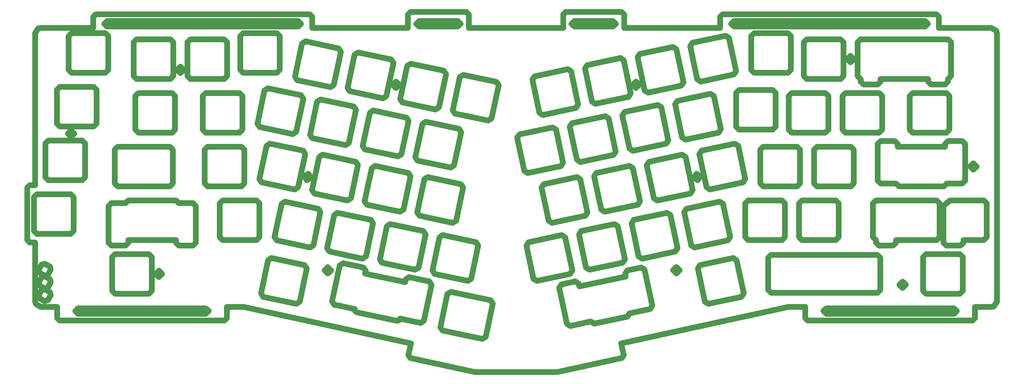
<source format=gbr>
%TF.GenerationSoftware,KiCad,Pcbnew,(5.1.10)-1*%
%TF.CreationDate,2022-03-08T20:07:58+07:00*%
%TF.ProjectId,Alice platwe,416c6963-6520-4706-9c61-7477652e6b69,rev?*%
%TF.SameCoordinates,Original*%
%TF.FileFunction,Soldermask,Bot*%
%TF.FilePolarity,Negative*%
%FSLAX46Y46*%
G04 Gerber Fmt 4.6, Leading zero omitted, Abs format (unit mm)*
G04 Created by KiCad (PCBNEW (5.1.10)-1) date 2022-03-08 20:07:58*
%MOMM*%
%LPD*%
G01*
G04 APERTURE LIST*
%ADD10C,2.000000*%
G04 APERTURE END LIST*
D10*
X573656881Y-327854218D02*
X514384144Y-340742665D01*
X579539512Y-327854218D02*
X573656881Y-327854218D01*
X436089306Y-331971530D02*
G75*
G02*
X434903247Y-332741765I-978147J207912D01*
G01*
X420824623Y-329749262D02*
G75*
G02*
X420054387Y-328563202I207912J978148D01*
G01*
X420054549Y-328562442D02*
X420054387Y-328563202D01*
X434903247Y-332741765D02*
X420824623Y-329749262D01*
X436091016Y-331963485D02*
X436089306Y-331971529D01*
X491757127Y-350919477D02*
X514593261Y-345953716D01*
X491757127Y-350919477D02*
X462561269Y-350919477D01*
X462561269Y-350919477D02*
X439724963Y-345953716D01*
X380661515Y-327854218D02*
X439934080Y-340742665D01*
X374778884Y-327854218D02*
X380661515Y-327854218D01*
X386275252Y-291049165D02*
X386275252Y-303049150D01*
X385250268Y-304074167D02*
X386275252Y-303049150D01*
X385250268Y-304074167D02*
X373250250Y-304074167D01*
X372225266Y-303049150D02*
X373250250Y-304074167D01*
X372225266Y-303049150D02*
X372225266Y-291049165D01*
X373250250Y-290024146D02*
X372225266Y-291049165D01*
X373250250Y-290024146D02*
X385250268Y-290024146D01*
X386275252Y-291049165D02*
X385250268Y-290024146D01*
X380925271Y-271999167D02*
X380925271Y-283999150D01*
X379900252Y-285024168D02*
X380925271Y-283999150D01*
X379900252Y-285024168D02*
X367900270Y-285024168D01*
X366875250Y-283999150D02*
X367900270Y-285024168D01*
X366875250Y-283999150D02*
X366875250Y-271999167D01*
X367900270Y-270974147D02*
X366875250Y-271999167D01*
X367900270Y-270974147D02*
X379900252Y-270974147D01*
X380925271Y-271999167D02*
X379900252Y-270974147D01*
X366175269Y-264949150D02*
X366175269Y-252949202D01*
X367200253Y-251924183D02*
X366175269Y-252949202D01*
X367200253Y-251924183D02*
X379200271Y-251924183D01*
X380225255Y-252949202D02*
X379200271Y-251924183D01*
X380225255Y-252949202D02*
X380225255Y-264949150D01*
X379200271Y-265974169D02*
X380225255Y-264949150D01*
X379200271Y-265974169D02*
X367200253Y-265974169D01*
X366175269Y-264949150D02*
X367200253Y-265974169D01*
X342365274Y-264949150D02*
X342365274Y-252949202D01*
X343390260Y-251924183D02*
X342365274Y-252949202D01*
X343390260Y-251924183D02*
X355390276Y-251924183D01*
X356415260Y-252949202D02*
X355390276Y-251924183D01*
X356415260Y-252949202D02*
X356415260Y-264949150D01*
X355390276Y-265974169D02*
X356415260Y-264949150D01*
X355390276Y-265974169D02*
X343390260Y-265974169D01*
X342365274Y-264949150D02*
X343390260Y-265974169D01*
X355638867Y-271999167D02*
X355638867Y-283999150D01*
X354613847Y-285024168D02*
X355638867Y-283999150D01*
X354613847Y-285024168D02*
X336071495Y-285024168D01*
X335046476Y-283999150D02*
X336071495Y-285024168D01*
X335046476Y-283999150D02*
X335046476Y-271999167D01*
X336071495Y-270974147D02*
X335046476Y-271999167D01*
X336071495Y-270974147D02*
X354613847Y-270974147D01*
X355638867Y-271999167D02*
X354613847Y-270974147D01*
X362738262Y-306074198D02*
X357738262Y-306074198D01*
X357738262Y-306074198D02*
X356713262Y-305049198D01*
X356713262Y-305049198D02*
X356713262Y-304074197D01*
X356713262Y-304074197D02*
X339887262Y-304074197D01*
X339887262Y-304074197D02*
X339887262Y-305049198D01*
X338862262Y-306074198D02*
X339887262Y-305049198D01*
X338862262Y-306074198D02*
X333862262Y-306074198D01*
X332837262Y-305049198D02*
X333862262Y-306074198D01*
X332837262Y-305049198D02*
X332837262Y-292049198D01*
X333862262Y-291024198D02*
X332837262Y-292049198D01*
X333862262Y-291024198D02*
X338837562Y-291024198D01*
X339862262Y-290024197D02*
X338837562Y-291024198D01*
X339862262Y-290024197D02*
X356738262Y-290024197D01*
X357762963Y-291024198D02*
X356738262Y-290024197D01*
X357762963Y-291024198D02*
X362738262Y-291024198D01*
X363763262Y-292049198D02*
X362738262Y-291024198D01*
X363763262Y-292049198D02*
X363763262Y-305049198D01*
X362738262Y-306074198D02*
X363763262Y-305049198D01*
X348185272Y-310099165D02*
X348185272Y-322099150D01*
X347160253Y-323124167D02*
X348185272Y-322099150D01*
X347160253Y-323124167D02*
X335160270Y-323124167D01*
X334135251Y-322099150D02*
X335160270Y-323124167D01*
X334135251Y-322099150D02*
X334135251Y-310099165D01*
X335160270Y-309074146D02*
X334135251Y-310099165D01*
X335160270Y-309074146D02*
X347160253Y-309074146D01*
X348185272Y-310099165D02*
X347160253Y-309074146D01*
X320495287Y-288909145D02*
X320495287Y-300909163D01*
X319470266Y-301934147D02*
X320495287Y-300909163D01*
X319470266Y-301934147D02*
X307470283Y-301934147D01*
X306445264Y-300909163D02*
X307470283Y-301934147D01*
X306445264Y-300909163D02*
X306445264Y-288909145D01*
X307470283Y-287884161D02*
X306445264Y-288909145D01*
X307470283Y-287884161D02*
X319470266Y-287884161D01*
X320495287Y-288909145D02*
X319470266Y-287884161D01*
X324565285Y-269859146D02*
X324565285Y-281859163D01*
X323540264Y-282884147D02*
X324565285Y-281859163D01*
X323540264Y-282884147D02*
X311540282Y-282884147D01*
X310515262Y-281859163D02*
X311540282Y-282884147D01*
X310515262Y-281859163D02*
X310515262Y-269859146D01*
X311540282Y-268834162D02*
X310515262Y-269859146D01*
X311540282Y-268834162D02*
X323540264Y-268834162D01*
X324565285Y-269859146D02*
X323540264Y-268834162D01*
X314585260Y-262809164D02*
X314585260Y-250809181D01*
X315610279Y-249784197D02*
X314585260Y-250809181D01*
X315610279Y-249784197D02*
X327610261Y-249784197D01*
X328635283Y-250809181D02*
X327610261Y-249784197D01*
X328635283Y-250809181D02*
X328635283Y-262809164D01*
X327610261Y-263834148D02*
X328635283Y-262809164D01*
X327610261Y-263834148D02*
X315610279Y-263834148D01*
X314585260Y-262809164D02*
X315610279Y-263834148D01*
X403059237Y-314190868D02*
X400564287Y-325928633D01*
X399348561Y-326718108D02*
X400564287Y-325928633D01*
X399348561Y-326718108D02*
X387610798Y-324223193D01*
X386821326Y-323007468D02*
X387610798Y-324223193D01*
X386821326Y-323007468D02*
X389316238Y-311269705D01*
X390531963Y-310480194D02*
X389316238Y-311269705D01*
X390531963Y-310480194D02*
X402269726Y-312975146D01*
X403059237Y-314190868D02*
X402269726Y-312975146D01*
X468909229Y-326650839D02*
X466414279Y-338388638D01*
X465198554Y-339178113D02*
X466414279Y-338388638D01*
X465198554Y-339178113D02*
X451132810Y-336188357D01*
X450343299Y-334972633D02*
X451132810Y-336188357D01*
X450343299Y-334972631D02*
X452838249Y-323234868D01*
X454053974Y-322445357D02*
X452838249Y-323234868D01*
X454053975Y-322445357D02*
X468119719Y-325435149D01*
X468909229Y-326650839D02*
X468119719Y-325435149D01*
X435602330Y-318528109D02*
X437799728Y-318995181D01*
X437799728Y-318995181D02*
G75*
G02*
X437871927Y-319013290I-213110J-1002601D01*
G01*
X437871927Y-319013290D02*
X438076681Y-318049996D01*
X439292392Y-317260504D02*
X438076681Y-318049996D01*
X439292392Y-317260504D02*
X444183130Y-318300062D01*
X444183130Y-318300063D02*
G75*
G02*
X444299553Y-318332080I-213109J-1002601D01*
G01*
X444299553Y-318332080D02*
X446469161Y-318793244D01*
X447258652Y-320008955D02*
X446469161Y-318793244D01*
X447258652Y-320008955D02*
X444555800Y-332724874D01*
X443340090Y-333514365D02*
X444555800Y-332724874D01*
X443340090Y-333514365D02*
X438449352Y-332474807D01*
X438449352Y-332474807D02*
G75*
G02*
X438332929Y-332442790I213109J1002601D01*
G01*
X438332929Y-332442790D02*
X436163321Y-331981625D01*
X436163321Y-331981625D02*
G75*
G02*
X436091016Y-331963485I213110J1002601D01*
G01*
X420054549Y-328562443D02*
G75*
G02*
X419985838Y-328550266I144398J1014778D01*
G01*
X419985838Y-328550266D02*
X415095100Y-327510707D01*
X415095099Y-327510707D02*
G75*
G02*
X414978676Y-327478690I213110J1002601D01*
G01*
X414978676Y-327478690D02*
X412809069Y-327017526D01*
X412019577Y-325801815D02*
X412809069Y-327017526D01*
X412019577Y-325801815D02*
X414722429Y-313085896D01*
X415938140Y-312296404D02*
X414722429Y-313085896D01*
X415938140Y-312296404D02*
X420828878Y-313335963D01*
X420828878Y-313335963D02*
G75*
G02*
X420945301Y-313367980I-213110J-1002601D01*
G01*
X420945301Y-313367980D02*
X423114908Y-313829144D01*
X423904400Y-315044855D02*
X423114908Y-313829144D01*
X423904400Y-315044855D02*
X423702156Y-315996338D01*
X423702156Y-315996338D02*
G75*
G02*
X423770515Y-316008465I-144750J-1014728D01*
G01*
X423770515Y-316008465D02*
X435508287Y-318503405D01*
X435508287Y-318503405D02*
G75*
G02*
X435602330Y-318528109I-213110J-1002601D01*
G01*
X643804012Y-291049197D02*
X643804012Y-303049197D01*
X642779012Y-304074197D02*
X643804012Y-303049197D01*
X642779012Y-304074197D02*
X635573262Y-304074197D01*
X635573262Y-304074197D02*
X635573262Y-305049198D01*
X634548262Y-306074198D02*
X635573262Y-305049198D01*
X634548262Y-306074198D02*
X629548262Y-306074198D01*
X628523262Y-305049198D02*
X629548262Y-306074198D01*
X628523262Y-305049198D02*
X628523262Y-292049198D01*
X629548262Y-291024198D02*
X628523262Y-292049198D01*
X629548262Y-291024198D02*
X629754312Y-291024198D01*
X630779012Y-290024197D02*
X629754312Y-291024198D01*
X630779012Y-290024197D02*
X642779012Y-290024197D01*
X643804012Y-291049197D02*
X642779012Y-290024197D01*
X627135262Y-291049197D02*
X627135262Y-303049197D01*
X626110262Y-304074197D02*
X627135262Y-303049197D01*
X626110262Y-304074197D02*
X611697262Y-304074197D01*
X611697262Y-304074197D02*
X611697262Y-305049198D01*
X610672262Y-306074198D02*
X611697262Y-305049198D01*
X610672262Y-306074198D02*
X605672262Y-306074198D01*
X604647262Y-305049198D02*
X605672262Y-306074198D01*
X604647262Y-305049198D02*
X604647262Y-304074197D01*
X604647262Y-304074197D02*
X604585262Y-304074197D01*
X603560262Y-303049197D02*
X604585262Y-304074197D01*
X603560262Y-303049197D02*
X603560262Y-291049197D01*
X604585262Y-290024197D02*
X603560262Y-291049197D01*
X604585262Y-290024197D02*
X626110262Y-290024197D01*
X627135262Y-291049197D02*
X626110262Y-290024197D01*
X630138262Y-268974197D02*
X635138262Y-268974197D01*
X636163262Y-269999197D02*
X635138262Y-268974197D01*
X636163262Y-269999197D02*
X636163262Y-282999197D01*
X635138262Y-284024197D02*
X636163262Y-282999197D01*
X635138262Y-284024197D02*
X629662963Y-284024197D01*
X628638262Y-285024197D02*
X629662963Y-284024197D01*
X628638262Y-285024197D02*
X612762262Y-285024197D01*
X611737562Y-284024197D02*
X612762262Y-285024197D01*
X611737562Y-284024197D02*
X606262262Y-284024197D01*
X605237262Y-282999197D02*
X606262262Y-284024197D01*
X605237262Y-282999197D02*
X605237262Y-269999197D01*
X606262262Y-268974197D02*
X605237262Y-269999197D01*
X606262262Y-268974197D02*
X611262262Y-268974197D01*
X612287262Y-269999197D02*
X611262262Y-268974197D01*
X612287262Y-269999197D02*
X612287262Y-270974197D01*
X612287262Y-270974197D02*
X629113262Y-270974197D01*
X629113262Y-270974197D02*
X629113262Y-269999197D01*
X630138262Y-268974197D02*
X629113262Y-269999197D01*
X591415278Y-291049165D02*
X591415278Y-303049150D01*
X590390259Y-304074167D02*
X591415278Y-303049150D01*
X590390259Y-304074167D02*
X578390276Y-304074167D01*
X577365257Y-303049150D02*
X578390276Y-304074167D01*
X577365257Y-303049150D02*
X577365257Y-291049165D01*
X578390276Y-290024146D02*
X577365257Y-291049165D01*
X578390276Y-290024146D02*
X590390259Y-290024146D01*
X591415278Y-291049165D02*
X590390259Y-290024146D01*
X572365278Y-291049165D02*
X572365278Y-303049150D01*
X571340259Y-304074167D02*
X572365278Y-303049150D01*
X571340259Y-304074167D02*
X559340276Y-304074167D01*
X558315257Y-303049150D02*
X559340276Y-304074167D01*
X558315257Y-303049150D02*
X558315257Y-291049165D01*
X559340276Y-290024146D02*
X558315257Y-291049165D01*
X559340276Y-290024146D02*
X571340259Y-290024146D01*
X572365278Y-291049165D02*
X571340259Y-290024146D01*
X583750275Y-270974147D02*
X595750258Y-270974147D01*
X596775277Y-271999167D02*
X595750258Y-270974147D01*
X596775277Y-271999167D02*
X596775277Y-283999150D01*
X595750258Y-285024168D02*
X596775277Y-283999150D01*
X595750258Y-285024168D02*
X583750275Y-285024168D01*
X582725256Y-283999150D02*
X583750275Y-285024168D01*
X582725256Y-283999150D02*
X582725256Y-271999167D01*
X583750275Y-270974147D02*
X582725256Y-271999167D01*
X563675257Y-283999150D02*
X563675257Y-271999167D01*
X564700276Y-270974147D02*
X563675257Y-271999167D01*
X564700276Y-270974147D02*
X576700259Y-270974147D01*
X577725278Y-271999167D02*
X576700259Y-270974147D01*
X577725278Y-271999167D02*
X577725278Y-283999150D01*
X576700259Y-285024168D02*
X577725278Y-283999150D01*
X576700259Y-285024168D02*
X564700276Y-285024168D01*
X563675257Y-283999150D02*
X564700276Y-285024168D01*
X606785262Y-252949197D02*
X606785262Y-264949197D01*
X605760262Y-265974197D02*
X606785262Y-264949197D01*
X605760262Y-265974197D02*
X593760262Y-265974197D01*
X592735262Y-264949197D02*
X593760262Y-265974197D01*
X592735262Y-264949197D02*
X592735262Y-252949197D01*
X593760262Y-251924197D02*
X592735262Y-252949197D01*
X593760262Y-251924197D02*
X605760262Y-251924197D01*
X606785262Y-252949197D02*
X605760262Y-251924197D01*
X587735276Y-252949202D02*
X587735276Y-264949150D01*
X586710266Y-265974169D02*
X587735276Y-264949150D01*
X586710266Y-265974169D02*
X574710275Y-265974169D01*
X573685255Y-264949150D02*
X574710275Y-265974169D01*
X573685255Y-264949150D02*
X573685255Y-252949202D01*
X574710275Y-251924183D02*
X573685255Y-252949202D01*
X574710275Y-251924183D02*
X586710266Y-251924183D01*
X587735276Y-252949202D02*
X586710266Y-251924183D01*
X630605262Y-252949197D02*
X630605262Y-264949197D01*
X629580262Y-265974197D02*
X630605262Y-264949197D01*
X629580262Y-265974197D02*
X617580262Y-265974197D01*
X616555262Y-264949197D02*
X617580262Y-265974197D01*
X616555262Y-264949197D02*
X616555262Y-252949197D01*
X617580262Y-251924197D02*
X616555262Y-252949197D01*
X617580262Y-251924197D02*
X629580262Y-251924197D01*
X630605262Y-252949197D02*
X629580262Y-251924197D01*
X631195262Y-233899197D02*
X631195262Y-245899197D01*
X630170262Y-246924197D02*
X631195262Y-245899197D01*
X630170262Y-246924197D02*
X630108262Y-246924197D01*
X630108262Y-246924197D02*
X630108262Y-247899198D01*
X629083262Y-248924198D02*
X630108262Y-247899198D01*
X629083262Y-248924198D02*
X624083262Y-248924198D01*
X623058262Y-247899198D02*
X624083262Y-248924198D01*
X623058262Y-247899198D02*
X623058262Y-246924197D01*
X623058262Y-246924197D02*
X606232262Y-246924197D01*
X606232262Y-246924197D02*
X606232262Y-247899198D01*
X605207262Y-248924198D02*
X606232262Y-247899198D01*
X605207262Y-248924198D02*
X600207262Y-248924198D01*
X599182262Y-247899198D02*
X600207262Y-248924198D01*
X599182262Y-247899198D02*
X599182262Y-246924197D01*
X599182262Y-246924197D02*
X599120262Y-246924197D01*
X598095262Y-245899197D02*
X599120262Y-246924197D01*
X598095262Y-245899197D02*
X598095262Y-233899197D01*
X599120262Y-232874197D02*
X598095262Y-233899197D01*
X599120262Y-232874197D02*
X630170262Y-232874197D01*
X631195262Y-233899197D02*
X630170262Y-232874197D01*
X593095276Y-233899202D02*
X593095276Y-245899185D01*
X592070257Y-246924204D02*
X593095276Y-245899185D01*
X592070257Y-246924204D02*
X580070283Y-246924204D01*
X579045255Y-245899185D02*
X580070283Y-246924204D01*
X579045255Y-245899185D02*
X579045255Y-233899202D01*
X580070283Y-232874183D02*
X579045255Y-233899202D01*
X580070283Y-232874183D02*
X592070257Y-232874183D01*
X593095276Y-233899202D02*
X592070257Y-232874183D01*
X569105259Y-251889210D02*
X569105259Y-263889158D01*
X568080275Y-264914177D02*
X569105259Y-263889158D01*
X568080275Y-264914177D02*
X556080257Y-264914177D01*
X555055273Y-263889158D02*
X556080257Y-264914177D01*
X555055273Y-263889158D02*
X555055273Y-251889210D01*
X556080257Y-250864191D02*
X555055273Y-251889210D01*
X556080257Y-250864191D02*
X568080275Y-250864191D01*
X569105259Y-251889210D02*
X568080275Y-250864191D01*
X560415273Y-243759200D02*
X560415273Y-231759181D01*
X561440257Y-230734197D02*
X560415273Y-231759181D01*
X561440257Y-230734197D02*
X573440275Y-230734197D01*
X574465258Y-231759181D02*
X573440275Y-230734197D01*
X574465258Y-231759181D02*
X574465258Y-243759200D01*
X573440275Y-244784184D02*
X574465258Y-243759200D01*
X573440275Y-244784184D02*
X561440257Y-244784184D01*
X560415273Y-243759200D02*
X561440257Y-244784184D01*
X635360885Y-310147178D02*
X635360885Y-322147161D01*
X634335866Y-323172144D02*
X635360885Y-322147161D01*
X634335866Y-323172144D02*
X622335883Y-323172144D01*
X621310863Y-322147161D02*
X622335883Y-323172144D01*
X621310863Y-322147161D02*
X621310863Y-310147178D01*
X622335883Y-309122159D02*
X621310863Y-310147178D01*
X622335883Y-309122159D02*
X634335866Y-309122159D01*
X635360885Y-310147178D02*
X634335866Y-309122159D01*
X605140647Y-309391893D02*
X606165631Y-310416913D01*
X567490078Y-309391893D02*
X605140647Y-309391893D01*
X566465102Y-310416913D02*
X567490078Y-309391893D01*
X566465102Y-321805037D02*
X566465102Y-310416913D01*
X567490078Y-322830058D02*
X566465102Y-321805037D01*
X605140647Y-322830058D02*
X567490078Y-322830058D01*
X606165631Y-321805037D02*
X605140647Y-322830058D01*
X606165631Y-310416913D02*
X606165631Y-321805037D01*
X555274272Y-311269705D02*
X557769222Y-323007468D01*
X556979711Y-324223193D02*
X557769222Y-323007468D01*
X556979711Y-324223193D02*
X545241948Y-326718108D01*
X544026258Y-325928633D02*
X545241948Y-326718108D01*
X544026258Y-325928633D02*
X541531315Y-314190870D01*
X542320783Y-312975146D02*
X541531315Y-314190870D01*
X542320783Y-312975146D02*
X554058581Y-310480194D01*
X555274272Y-311269705D02*
X554058581Y-310480194D01*
X552169717Y-304233192D02*
X540431955Y-306728106D01*
X552169717Y-304233192D02*
X552959227Y-303017466D01*
X550464284Y-291279703D02*
X552959227Y-303017466D01*
X550464284Y-291279702D02*
X549248593Y-290490227D01*
X537510789Y-292985142D02*
X549248593Y-290490227D01*
X537510788Y-292985142D02*
X536721313Y-294200868D01*
X539216263Y-305938631D02*
X536721313Y-294200868D01*
X539216263Y-305938631D02*
X540431955Y-306728106D01*
X533535991Y-308193907D02*
X521798230Y-310688822D01*
X533535991Y-308193907D02*
X534325502Y-306978181D01*
X531830558Y-295240418D02*
X534325502Y-306978181D01*
X531830558Y-295240417D02*
X530614867Y-294450942D01*
X518877063Y-296945857D02*
X530614867Y-294450942D01*
X518877063Y-296945857D02*
X518087587Y-298161583D01*
X520582538Y-309899347D02*
X518087587Y-298161583D01*
X520582538Y-309899347D02*
X521798230Y-310688822D01*
X514902269Y-312154622D02*
X503164508Y-314649537D01*
X514902269Y-312154622D02*
X515691780Y-310938897D01*
X513196836Y-299201133D02*
X515691780Y-310938897D01*
X513196836Y-299201133D02*
X511981146Y-298411658D01*
X500243341Y-300906573D02*
X511981146Y-298411658D01*
X500243341Y-300906573D02*
X499453866Y-302122299D01*
X501948816Y-313860062D02*
X499453866Y-302122299D01*
X501948816Y-313860062D02*
X503164508Y-314649537D01*
X496268544Y-316115338D02*
X484530782Y-318610252D01*
X496268544Y-316115338D02*
X497058054Y-314899612D01*
X494563111Y-303161849D02*
X497058054Y-314899612D01*
X494563111Y-303161848D02*
X493347420Y-302372373D01*
X481609616Y-304867288D02*
X493347420Y-302372373D01*
X481609615Y-304867288D02*
X480820140Y-306083014D01*
X483315090Y-317820777D02*
X480820140Y-306083014D01*
X483315090Y-317820777D02*
X484530782Y-318610252D01*
X557529716Y-283623182D02*
X545791955Y-286118097D01*
X557529716Y-283623182D02*
X558319227Y-282407457D01*
X555824283Y-270669693D02*
X558319227Y-282407457D01*
X555824283Y-270669693D02*
X554608593Y-269880218D01*
X542870788Y-272375133D02*
X554608593Y-269880218D01*
X542870788Y-272375133D02*
X542081313Y-273590859D01*
X544576263Y-285328622D02*
X542081313Y-273590859D01*
X544576263Y-285328622D02*
X545791955Y-286118097D01*
X538895991Y-287583898D02*
X527158229Y-290078812D01*
X538895991Y-287583898D02*
X539685501Y-286368172D01*
X537190558Y-274630409D02*
X539685501Y-286368172D01*
X537190557Y-274630408D02*
X535974867Y-273840933D01*
X524237063Y-276335848D02*
X535974867Y-273840933D01*
X524237062Y-276335848D02*
X523447587Y-277551574D01*
X525942537Y-289289337D02*
X523447587Y-277551574D01*
X525942537Y-289289337D02*
X527158229Y-290078812D01*
X520262269Y-291544613D02*
X508524508Y-294039528D01*
X520262269Y-291544613D02*
X521051780Y-290328887D01*
X518556836Y-278591124D02*
X521051780Y-290328887D01*
X518556836Y-278591124D02*
X517341145Y-277801649D01*
X505603341Y-280296563D02*
X517341145Y-277801649D01*
X505603341Y-280296564D02*
X504813865Y-281512289D01*
X507308816Y-293250053D02*
X504813865Y-281512289D01*
X507308816Y-293250053D02*
X508524508Y-294039528D01*
X501628543Y-295505328D02*
X489890782Y-298000243D01*
X501628543Y-295505328D02*
X502418054Y-294289602D01*
X499923110Y-282551839D02*
X502418054Y-294289602D01*
X499923110Y-282551839D02*
X498707420Y-281762364D01*
X486969615Y-284257279D02*
X498707420Y-281762364D01*
X486969615Y-284257279D02*
X486180140Y-285473005D01*
X488675090Y-297210768D02*
X486180140Y-285473005D01*
X488675090Y-297210768D02*
X489890782Y-298000243D01*
X548909715Y-265973199D02*
X537171954Y-268468114D01*
X548909715Y-265973199D02*
X549699226Y-264757473D01*
X547204282Y-253019710D02*
X549699226Y-264757473D01*
X547204282Y-253019710D02*
X545988591Y-252230235D01*
X534250787Y-254725150D02*
X545988591Y-252230235D01*
X534250787Y-254725150D02*
X533461311Y-255940875D01*
X535956262Y-267678639D02*
X533461311Y-255940875D01*
X535956262Y-267678639D02*
X537171954Y-268468114D01*
X530275989Y-269933914D02*
X518538228Y-272428829D01*
X530275989Y-269933914D02*
X531065500Y-268718189D01*
X528570556Y-256980425D02*
X531065500Y-268718189D01*
X528570556Y-256980425D02*
X527354866Y-256190950D01*
X515617061Y-258685865D02*
X527354866Y-256190950D01*
X515617061Y-258685865D02*
X514827586Y-259901591D01*
X517322536Y-271639354D02*
X514827586Y-259901591D01*
X517322536Y-271639354D02*
X518538228Y-272428829D01*
X511642268Y-273894630D02*
X499904506Y-276389545D01*
X511642268Y-273894630D02*
X512431778Y-272678904D01*
X509936835Y-260941141D02*
X512431778Y-272678904D01*
X509936834Y-260941140D02*
X508721144Y-260151665D01*
X496983340Y-262646580D02*
X508721144Y-260151665D01*
X496983339Y-262646580D02*
X496193864Y-263862306D01*
X498688814Y-275600070D02*
X496193864Y-263862306D01*
X498688814Y-275600070D02*
X499904506Y-276389545D01*
X493008542Y-277855345D02*
X481270781Y-280350260D01*
X493008542Y-277855345D02*
X493798053Y-276639619D01*
X491303109Y-264901856D02*
X493798053Y-276639619D01*
X491303109Y-264901856D02*
X490087418Y-264112381D01*
X478349614Y-266607296D02*
X490087418Y-264112381D01*
X478349614Y-266607296D02*
X477560138Y-267823021D01*
X480055089Y-279560785D02*
X477560138Y-267823021D01*
X480055089Y-279560785D02*
X481270781Y-280350260D01*
X535636025Y-249323940D02*
X523898264Y-251818855D01*
X535636025Y-249323940D02*
X536425536Y-248108215D01*
X533930592Y-236370451D02*
X536425536Y-248108215D01*
X533930592Y-236370451D02*
X532714901Y-235580976D01*
X520977097Y-238075891D02*
X532714901Y-235580976D01*
X520977097Y-238075891D02*
X520187621Y-239291617D01*
X522682572Y-251029380D02*
X520187621Y-239291617D01*
X522682572Y-251029380D02*
X523898264Y-251818855D01*
X554269751Y-245363225D02*
X542531989Y-247858140D01*
X554269751Y-245363225D02*
X555059261Y-244147499D01*
X552564318Y-232409736D02*
X555059261Y-244147499D01*
X552564318Y-232409736D02*
X551348627Y-231620261D01*
X539610823Y-234115176D02*
X551348627Y-231620261D01*
X539610822Y-234115176D02*
X538821347Y-235330901D01*
X541316297Y-247068665D02*
X538821347Y-235330901D01*
X541316297Y-247068665D02*
X542531989Y-247858140D01*
X517002303Y-253284656D02*
X505264542Y-255779570D01*
X517002303Y-253284656D02*
X517791814Y-252068930D01*
X515296870Y-240331167D02*
X517791814Y-252068930D01*
X515296870Y-240331166D02*
X514081180Y-239541691D01*
X502343375Y-242036606D02*
X514081180Y-239541691D01*
X502343375Y-242036606D02*
X501553900Y-243252332D01*
X504048850Y-254990096D02*
X501553900Y-243252332D01*
X504048850Y-254990096D02*
X505264542Y-255779570D01*
X485415124Y-258950811D02*
X482920174Y-247213047D01*
X483709649Y-245997322D02*
X482920174Y-247213047D01*
X483709650Y-245997321D02*
X495447454Y-243502407D01*
X496663145Y-244291882D02*
X495447454Y-243502407D01*
X496663145Y-244291882D02*
X499158089Y-256029645D01*
X498368578Y-257245371D02*
X499158089Y-256029645D01*
X498368578Y-257245371D02*
X486630816Y-259740286D01*
X485415124Y-258950811D02*
X486630816Y-259740286D01*
X404158590Y-306728146D02*
X392420792Y-304233196D01*
X404158590Y-306728146D02*
X405374280Y-305938636D01*
X407869231Y-294200854D02*
X405374280Y-305938636D01*
X407869231Y-294200854D02*
X407079720Y-292985125D01*
X395341957Y-290490231D02*
X407079720Y-292985125D01*
X395341957Y-290490231D02*
X394126266Y-291279707D01*
X391631316Y-303017470D02*
X394126266Y-291279707D01*
X391631316Y-303017470D02*
X392420792Y-304233196D01*
X422792294Y-310688865D02*
X411054496Y-308193915D01*
X422792294Y-310688865D02*
X424007984Y-309899355D01*
X426502935Y-298161573D02*
X424007984Y-309899355D01*
X426502935Y-298161573D02*
X425713424Y-296945844D01*
X413975661Y-294450950D02*
X425713424Y-296945844D01*
X413975661Y-294450950D02*
X412759971Y-295240426D01*
X410265020Y-306978189D02*
X412759971Y-295240426D01*
X410265020Y-306978189D02*
X411054496Y-308193915D01*
X460059712Y-318610301D02*
X448321914Y-316115350D01*
X460059712Y-318610301D02*
X461275403Y-317820790D01*
X463770353Y-306083009D02*
X461275403Y-317820790D01*
X463770353Y-306083009D02*
X462980842Y-304867280D01*
X451243079Y-302372386D02*
X462980842Y-304867280D01*
X451243079Y-302372386D02*
X450027389Y-303161861D01*
X447532438Y-314899625D02*
X450027389Y-303161861D01*
X447532438Y-314899625D02*
X448321914Y-316115350D01*
X441426008Y-314649582D02*
X429688210Y-312154631D01*
X441426008Y-314649582D02*
X442641699Y-313860071D01*
X445136649Y-302122290D02*
X442641699Y-313860071D01*
X445136649Y-302122290D02*
X444347138Y-300906561D01*
X432609375Y-298411667D02*
X444347138Y-300906561D01*
X432609375Y-298411667D02*
X431393685Y-299201142D01*
X428898734Y-310938906D02*
X431393685Y-299201142D01*
X428898734Y-310938906D02*
X429688210Y-312154631D01*
X398808582Y-286118146D02*
X387070784Y-283623196D01*
X398808582Y-286118146D02*
X400024272Y-285328635D01*
X402519223Y-273590854D02*
X400024272Y-285328635D01*
X402519223Y-273590854D02*
X401729712Y-272375125D01*
X389991949Y-269880231D02*
X401729712Y-272375125D01*
X389991949Y-269880231D02*
X388776258Y-270669706D01*
X386281308Y-282407470D02*
X388776258Y-270669706D01*
X386281308Y-282407470D02*
X387070784Y-283623196D01*
X417442286Y-290078865D02*
X405704488Y-287583915D01*
X417442286Y-290078865D02*
X418657976Y-289289354D01*
X421152927Y-277551573D02*
X418657976Y-289289354D01*
X421152927Y-277551573D02*
X420363416Y-276335844D01*
X408625653Y-273840950D02*
X420363416Y-276335844D01*
X408625653Y-273840950D02*
X407409962Y-274630425D01*
X404915012Y-286368189D02*
X407409962Y-274630425D01*
X404915012Y-286368189D02*
X405704488Y-287583915D01*
X454709704Y-298000300D02*
X442971906Y-295505350D01*
X454709704Y-298000300D02*
X455925395Y-297210790D01*
X458420345Y-285473008D02*
X455925395Y-297210790D01*
X458420345Y-285473008D02*
X457630834Y-284257279D01*
X445893071Y-281762385D02*
X457630834Y-284257279D01*
X445893071Y-281762385D02*
X444677381Y-282551861D01*
X442182430Y-294289624D02*
X444677381Y-282551861D01*
X442182430Y-294289624D02*
X442971906Y-295505350D01*
X436076000Y-294039581D02*
X424338202Y-291544631D01*
X436076000Y-294039581D02*
X437291691Y-293250071D01*
X439786641Y-281512289D02*
X437291691Y-293250071D01*
X439786641Y-281512289D02*
X438997130Y-280296560D01*
X427259367Y-277801666D02*
X438997130Y-280296560D01*
X427259367Y-277801666D02*
X426043677Y-278591142D01*
X423548726Y-290328905D02*
X426043677Y-278591142D01*
X423548726Y-290328905D02*
X424338202Y-291544631D01*
X398108583Y-266488153D02*
X386370784Y-263993203D01*
X398108583Y-266488153D02*
X399324273Y-265698643D01*
X401819223Y-253960861D02*
X399324273Y-265698643D01*
X401819223Y-253960861D02*
X401029712Y-252745132D01*
X389291949Y-250250238D02*
X401029712Y-252745132D01*
X389291949Y-250250238D02*
X388076259Y-251039714D01*
X385581309Y-262777477D02*
X388076259Y-251039714D01*
X385581309Y-262777477D02*
X386370784Y-263993203D01*
X416742287Y-270448872D02*
X405004488Y-267953922D01*
X416742287Y-270448872D02*
X417957977Y-269659362D01*
X420452927Y-257921580D02*
X417957977Y-269659362D01*
X420452927Y-257921580D02*
X419663416Y-256705851D01*
X407925653Y-254210957D02*
X419663416Y-256705851D01*
X407925653Y-254210957D02*
X406709963Y-255000433D01*
X404215013Y-266738196D02*
X406709963Y-255000433D01*
X404215013Y-266738197D02*
X405004488Y-267953922D01*
X454009705Y-278370308D02*
X442271907Y-275875357D01*
X454009705Y-278370308D02*
X455225395Y-277580797D01*
X457720346Y-265843016D02*
X455225395Y-277580797D01*
X457720346Y-265843016D02*
X456930835Y-264627287D01*
X445193072Y-262132393D02*
X456930835Y-264627287D01*
X445193072Y-262132393D02*
X443977381Y-262921868D01*
X441482431Y-274659632D02*
X443977381Y-262921868D01*
X441482431Y-274659632D02*
X442271907Y-275875357D01*
X435376001Y-274409589D02*
X423638202Y-271914638D01*
X435376001Y-274409589D02*
X436591691Y-273620078D01*
X439086641Y-261882297D02*
X436591691Y-273620078D01*
X439086641Y-261882297D02*
X438297131Y-260666568D01*
X426559367Y-258171674D02*
X438297131Y-260666568D01*
X426559367Y-258171674D02*
X425343677Y-258961149D01*
X422848727Y-270698913D02*
X425343677Y-258961149D01*
X422848727Y-270698913D02*
X423638202Y-271914638D01*
X448656003Y-257759602D02*
X436918204Y-255264652D01*
X448656003Y-257759602D02*
X449871693Y-256970091D01*
X452366643Y-245232310D02*
X449871693Y-256970091D01*
X452366643Y-245232310D02*
X451577132Y-244016581D01*
X439839369Y-241521687D02*
X451577132Y-244016581D01*
X439839369Y-241521687D02*
X438623679Y-242311163D01*
X436128729Y-254048926D02*
X438623679Y-242311163D01*
X436128729Y-254048926D02*
X436918204Y-255264652D01*
X467289707Y-261720321D02*
X455551908Y-259225371D01*
X467289707Y-261720321D02*
X468505397Y-260930810D01*
X471000347Y-249193029D02*
X468505397Y-260930810D01*
X471000347Y-249193029D02*
X470210836Y-247977300D01*
X458473073Y-245482406D02*
X470210836Y-247977300D01*
X458473073Y-245482406D02*
X457257383Y-246271882D01*
X454762433Y-258009645D02*
X457257383Y-246271882D01*
X454762433Y-258009645D02*
X455551908Y-259225371D01*
X433732929Y-241271594D02*
X431237979Y-253009375D01*
X433732929Y-241271594D02*
X432943418Y-240055865D01*
X421205655Y-237560971D02*
X432943418Y-240055865D01*
X421205655Y-237560971D02*
X419989965Y-238350446D01*
X417495015Y-250088210D02*
X419989965Y-238350446D01*
X417495014Y-250088210D02*
X418284490Y-251303935D01*
X430022288Y-253798886D02*
X418284490Y-251303935D01*
X430022288Y-253798886D02*
X431237979Y-253009375D01*
X415099225Y-237310875D02*
X412604275Y-249048656D01*
X411388584Y-249838167D02*
X412604275Y-249048656D01*
X411388584Y-249838167D02*
X399650786Y-247343216D01*
X398861310Y-246127491D02*
X399650786Y-247343216D01*
X398861310Y-246127491D02*
X401356261Y-234389727D01*
X402571951Y-233600252D02*
X401356261Y-234389727D01*
X402571951Y-233600252D02*
X414309714Y-236095146D01*
X415099225Y-237310875D02*
X414309714Y-236095146D01*
X379455270Y-243759200D02*
X379455270Y-231759181D01*
X380480258Y-230734197D02*
X379455270Y-231759181D01*
X380480258Y-230734197D02*
X392480272Y-230734197D01*
X393505256Y-231759181D02*
X392480272Y-230734197D01*
X393505256Y-231759181D02*
X393505256Y-243759200D01*
X392480272Y-244784184D02*
X393505256Y-243759200D01*
X392480272Y-244784184D02*
X380480258Y-244784184D01*
X379455270Y-243759200D02*
X380480258Y-244784184D01*
X374865255Y-233899202D02*
X374865255Y-245899185D01*
X373840274Y-246924204D02*
X374865255Y-245899185D01*
X373840274Y-246924204D02*
X361840253Y-246924204D01*
X360815269Y-245899185D02*
X361840253Y-246924204D01*
X360815269Y-245899185D02*
X360815269Y-233899202D01*
X361840253Y-232874183D02*
X360815269Y-233899202D01*
X361840253Y-232874183D02*
X373840274Y-232874183D01*
X374865255Y-233899202D02*
X373840274Y-232874183D01*
X504831956Y-333778154D02*
X503621736Y-333013054D01*
X516569728Y-331283214D02*
X504831956Y-333778154D01*
X516569728Y-331283214D02*
X517364125Y-330092019D01*
X524615425Y-328550707D02*
X517364125Y-330092019D01*
X524615425Y-328550707D02*
X525404917Y-327334997D01*
X522702065Y-314619078D02*
X525404917Y-327334997D01*
X522702065Y-314619078D02*
X521486354Y-313829586D01*
X516595616Y-314869144D02*
X521486354Y-313829586D01*
X516595616Y-314869144D02*
X515806125Y-316084855D01*
X516008839Y-317038549D02*
X515806125Y-316084855D01*
X499550527Y-320536872D02*
X516008839Y-317038549D01*
X499347813Y-319583177D02*
X499550527Y-320536872D01*
X499347813Y-319583177D02*
X498132102Y-318793686D01*
X493241364Y-319833244D02*
X498132102Y-318793686D01*
X493241364Y-319833244D02*
X492451873Y-321048955D01*
X495154724Y-333764874D02*
X492451873Y-321048955D01*
X495154724Y-333764874D02*
X496370435Y-334554365D01*
X503621736Y-333013054D02*
X496370435Y-334554365D01*
X355815255Y-233899202D02*
X355815255Y-245899185D01*
X354790274Y-246924204D02*
X355815255Y-245899185D01*
X354790274Y-246924204D02*
X342790254Y-246924204D01*
X341765270Y-245899185D02*
X342790254Y-246924204D01*
X341765270Y-245899185D02*
X341765270Y-233899202D01*
X342790254Y-232874183D02*
X341765270Y-233899202D01*
X342790254Y-232874183D02*
X354790274Y-232874183D01*
X355815255Y-233899202D02*
X354790274Y-232874183D01*
X318745252Y-243759200D02*
X318745252Y-231759181D01*
X319770269Y-230734197D02*
X318745252Y-231759181D01*
X319770269Y-230734197D02*
X331770252Y-230734197D01*
X332795271Y-231759181D02*
X331770252Y-230734197D01*
X332795271Y-231759181D02*
X332795271Y-243759200D01*
X331770252Y-244784184D02*
X332795271Y-243759200D01*
X331770252Y-244784184D02*
X319770269Y-244784184D01*
X318745252Y-243759200D02*
X319770269Y-244784184D01*
X332324081Y-226407742D02*
X400034242Y-226407742D01*
X332324081Y-226407742D02*
X331353943Y-227377881D01*
X331353943Y-227377881D02*
X332324081Y-228348019D01*
X400034242Y-228348019D02*
X332324081Y-228348019D01*
X400034242Y-228348019D02*
X401004380Y-227377879D01*
X401004380Y-227377879D02*
X400034242Y-226407742D01*
X367338252Y-330246621D02*
X322048534Y-330246621D01*
X367338252Y-330246621D02*
X368308390Y-329276482D01*
X368308390Y-329276482D02*
X367338252Y-328306344D01*
X322048534Y-328306344D02*
X367338252Y-328306344D01*
X322048534Y-328306344D02*
X321078396Y-329276484D01*
X321078396Y-329276484D02*
X322048534Y-330246621D01*
X554326931Y-226407742D02*
X622037092Y-226407742D01*
X554326931Y-226407742D02*
X553356793Y-227377881D01*
X553356793Y-227377881D02*
X554326931Y-228348019D01*
X622037092Y-228348019D02*
X554326931Y-228348019D01*
X622037092Y-228348019D02*
X623007230Y-227377879D01*
X623007230Y-227377879D02*
X622037092Y-226407742D01*
X497768540Y-226407742D02*
X511529640Y-226407742D01*
X497768540Y-226407742D02*
X496798402Y-227377881D01*
X496798402Y-227377881D02*
X497768540Y-228348019D01*
X511529640Y-228348019D02*
X497768540Y-228348019D01*
X511529640Y-228348019D02*
X512499778Y-227377879D01*
X512499778Y-227377879D02*
X511529640Y-226407742D01*
X442788864Y-226407742D02*
X456549964Y-226407742D01*
X442788864Y-226407742D02*
X441818726Y-227377881D01*
X441818726Y-227377881D02*
X442788864Y-228348019D01*
X456549964Y-228348019D02*
X442788864Y-228348019D01*
X456549964Y-228348019D02*
X457520102Y-227377879D01*
X457520102Y-227377879D02*
X456549964Y-226407742D01*
X632269798Y-330246621D02*
X586980080Y-330246621D01*
X632269798Y-330246621D02*
X633239936Y-329276482D01*
X633239936Y-329276482D02*
X632269798Y-328306344D01*
X586980080Y-328306344D02*
X632269798Y-328306344D01*
X586980080Y-328306344D02*
X586009942Y-329276484D01*
X586009942Y-329276484D02*
X586980080Y-330246621D01*
X310240329Y-325764304D02*
X308421258Y-324740241D01*
X308421258Y-324740241D02*
X308113326Y-323637337D01*
X312367332Y-323637337D02*
X311343258Y-325456372D01*
X311343258Y-325456372D02*
X310240329Y-325764304D01*
X310240329Y-321510334D02*
X312059399Y-322534406D01*
X312059399Y-322534406D02*
X312367332Y-323637337D01*
X308113326Y-323637337D02*
X309137398Y-321818266D01*
X309137398Y-321818266D02*
X310240329Y-321510334D01*
X310240329Y-321264342D02*
X308421258Y-320240268D01*
X308421258Y-320240268D02*
X308113326Y-319137339D01*
X312367332Y-319137339D02*
X311343258Y-320956409D01*
X311343258Y-320956409D02*
X310240329Y-321264342D01*
X310240329Y-317010335D02*
X312059399Y-318034408D01*
X312059399Y-318034408D02*
X312367332Y-319137339D01*
X308113326Y-319137339D02*
X309137398Y-317318267D01*
X309137398Y-317318267D02*
X310240329Y-317010335D01*
X310240329Y-316764344D02*
X308421258Y-315740270D01*
X308421258Y-315740270D02*
X308113326Y-314637340D01*
X312367332Y-314637340D02*
X311343258Y-316456411D01*
X311343258Y-316456411D02*
X310240329Y-316764344D01*
X310240329Y-312510337D02*
X312059399Y-313534410D01*
X312059399Y-313534410D02*
X312367332Y-314637340D01*
X308113326Y-314637340D02*
X309137398Y-312818269D01*
X309137398Y-312818269D02*
X310240329Y-312510337D01*
X404460999Y-281957610D02*
X403575413Y-280593904D01*
X403097290Y-282843195D02*
X404460999Y-281957610D01*
X402211708Y-281479489D02*
X403097290Y-282843195D01*
X403575413Y-280593904D02*
X402211708Y-281479489D01*
X541480820Y-282843193D02*
X542366398Y-281479493D01*
X540117122Y-281957611D02*
X541480820Y-282843193D01*
X541002701Y-280593913D02*
X540117122Y-281957611D01*
X542366398Y-281479493D02*
X541002701Y-280593913D01*
X615187015Y-319957244D02*
X614037015Y-318807241D01*
X614037015Y-321107241D02*
X615187015Y-319957244D01*
X612887015Y-319957238D02*
X614037015Y-321107241D01*
X614037015Y-318807241D02*
X612887015Y-319957238D01*
X535071863Y-314790422D02*
X533921863Y-313640419D01*
X533921863Y-315940419D02*
X535071863Y-314790422D01*
X532771863Y-314790415D02*
X533921863Y-315940419D01*
X533921863Y-313640419D02*
X532771863Y-314790415D01*
X411651018Y-314829232D02*
X410501018Y-313679229D01*
X410501018Y-315979229D02*
X411651018Y-314829232D01*
X409351018Y-314829226D02*
X410501018Y-315979229D01*
X410501018Y-313679229D02*
X409351018Y-314829226D01*
X351824096Y-316099105D02*
X350674096Y-314949102D01*
X350674096Y-317249102D02*
X351824096Y-316099105D01*
X349524096Y-316099099D02*
X350674096Y-317249102D01*
X350674096Y-314949102D02*
X349524096Y-316099099D01*
X596733793Y-239899269D02*
X595583793Y-238749270D01*
X595583793Y-241049270D02*
X596733793Y-239899269D01*
X594433793Y-239899270D02*
X595583793Y-241049270D01*
X595583793Y-238749270D02*
X594433793Y-239899270D01*
X520799023Y-249029208D02*
X519649023Y-247879208D01*
X519649023Y-250179208D02*
X520799023Y-249029208D01*
X518499023Y-249029208D02*
X519649023Y-250179208D01*
X519649023Y-247879208D02*
X518499023Y-249029208D01*
X435799101Y-249029208D02*
X434649101Y-247879208D01*
X434649101Y-250179208D02*
X435799101Y-249029208D01*
X433499101Y-249029208D02*
X434649101Y-250179208D01*
X434649101Y-247879208D02*
X433499101Y-249029208D01*
X640250319Y-277999203D02*
X639100280Y-276849244D01*
X639100280Y-279149244D02*
X640250319Y-277999203D01*
X637950319Y-277999203D02*
X639100280Y-279149244D01*
X639100280Y-276849244D02*
X637950319Y-277999203D01*
X320725340Y-266334200D02*
X319575300Y-265184241D01*
X319575300Y-267484241D02*
X320725340Y-266334200D01*
X318425340Y-266334200D02*
X319575300Y-267484241D01*
X319575300Y-265184241D02*
X318425340Y-266334200D01*
X358304096Y-242559243D02*
G75*
G02*
X358309699Y-242559256I1J-1174709D01*
G01*
X357154096Y-243709243D02*
X358304096Y-244859243D01*
X358304096Y-242559243D02*
X357154096Y-243709243D01*
X358309699Y-244859230D02*
G75*
G02*
X358304096Y-244859243I-5603J1174920D01*
G01*
X358315303Y-244859243D02*
G75*
G02*
X358309699Y-244859230I0J1174441D01*
G01*
X359465345Y-243709202D02*
X358315304Y-242559243D01*
X358315304Y-244859243D02*
X359465345Y-243709202D01*
X358309700Y-242559256D02*
G75*
G02*
X358315304Y-242559243I5603J-1174652D01*
G01*
X439724963Y-345953716D02*
X439036633Y-344883670D01*
X439934080Y-340742665D02*
X439036633Y-344883670D01*
X374778884Y-331757511D02*
X374778884Y-327854218D01*
X374778884Y-331757511D02*
X373878680Y-332657715D01*
X315508083Y-332657715D02*
X373878680Y-332657715D01*
X315508083Y-332657715D02*
X314608052Y-331757511D01*
X314608052Y-327854218D02*
X314608052Y-331757511D01*
X308785840Y-327854218D02*
X314608052Y-327854218D01*
X308785840Y-327854218D02*
X307073512Y-326777235D01*
X307073512Y-326777235D02*
X306885870Y-325954248D01*
X306885870Y-304949501D02*
X306885870Y-325954248D01*
X304940253Y-304949501D02*
X306885870Y-304949501D01*
X304940253Y-304949501D02*
X304040394Y-304049297D01*
X304040394Y-285499181D02*
X304040394Y-304049297D01*
X304040394Y-285499181D02*
X304940253Y-284598977D01*
X306885870Y-284598977D02*
X304940253Y-284598977D01*
X306885870Y-230700458D02*
X306885870Y-284598977D01*
X306885870Y-230700458D02*
X307962852Y-228988130D01*
X307962852Y-228988130D02*
X308785840Y-228800488D01*
X327418812Y-228800488D02*
X308785840Y-228800488D01*
X327418812Y-224896850D02*
X327418812Y-228800488D01*
X327418812Y-224896850D02*
X328318843Y-223996647D01*
X404039458Y-223996647D02*
X328318843Y-223996647D01*
X404039458Y-223996647D02*
X404939489Y-224896850D01*
X404939489Y-228800488D02*
X404939489Y-224896850D01*
X438870234Y-228800488D02*
X404939489Y-228800488D01*
X438870234Y-224077607D02*
X438870234Y-228800488D01*
X438870234Y-224077607D02*
X439770266Y-223177403D01*
X459568540Y-223177403D02*
X439770266Y-223177403D01*
X459568540Y-223177403D02*
X460468744Y-224077607D01*
X460468744Y-228800488D02*
X460468744Y-224077607D01*
X493849824Y-228800488D02*
X460468744Y-228800488D01*
X493849824Y-224077607D02*
X493849824Y-228800488D01*
X493849824Y-224077607D02*
X494749683Y-223177403D01*
X514548475Y-223177403D02*
X494749683Y-223177403D01*
X514548475Y-223177403D02*
X515448678Y-224077607D01*
X515448678Y-228800488D02*
X515448678Y-224077607D01*
X549378735Y-228800488D02*
X515448678Y-228800488D01*
X549378735Y-224896850D02*
X549378735Y-228800488D01*
X549378735Y-224896850D02*
X550278766Y-223996647D01*
X625999725Y-223996647D02*
X550278766Y-223996647D01*
X625999725Y-223996647D02*
X626899756Y-224896850D01*
X626899756Y-228800488D02*
X626899756Y-224896850D01*
X645532900Y-228800488D02*
X626899756Y-228800488D01*
X645532900Y-228800488D02*
X647245366Y-229877470D01*
X647245366Y-229877470D02*
X647433042Y-230700458D01*
X647433042Y-325954248D02*
X647433042Y-230700458D01*
X647433042Y-325954248D02*
X646355920Y-327666575D01*
X646355920Y-327666575D02*
X645532900Y-327854218D01*
X639710516Y-327854218D02*
X645532900Y-327854218D01*
X639710516Y-331757511D02*
X639710516Y-327854218D01*
X639710516Y-331757511D02*
X638810313Y-332657715D01*
X580439543Y-332657715D02*
X638810313Y-332657715D01*
X580439543Y-332657715D02*
X579539512Y-331757511D01*
X579539512Y-327854218D02*
X579539512Y-331757511D01*
X515281591Y-344883670D02*
X514384144Y-340742665D01*
X515281591Y-344883670D02*
X514593261Y-345953716D01*
M02*

</source>
